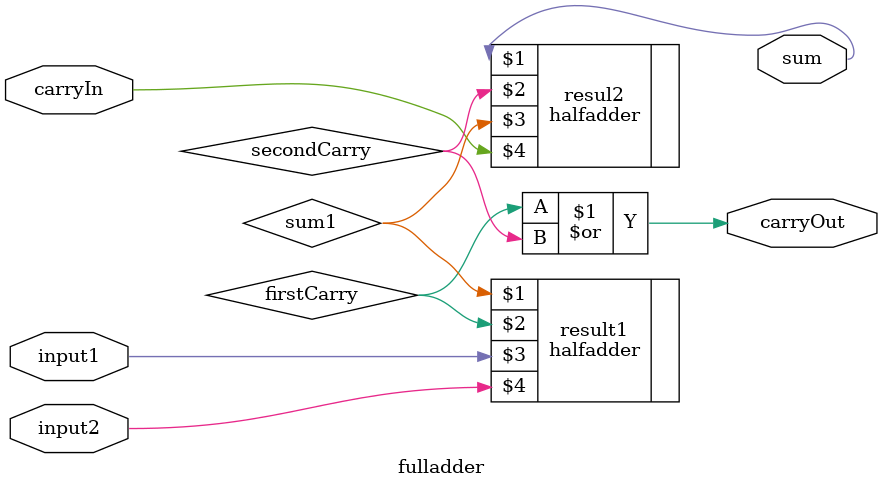
<source format=v>
module fulladder(sum,carryOut,input1,input2,carryIn);
input input1,input2,carryIn;
output sum,carryOut;
wire firstCarry,secondCarry,sum1;

halfadder result1(sum1,firstCarry,input1,input2);
halfadder resul2(sum,secondCarry,sum1,carryIn);

or adderOut(carryOut,firstCarry,secondCarry);
endmodule
</source>
